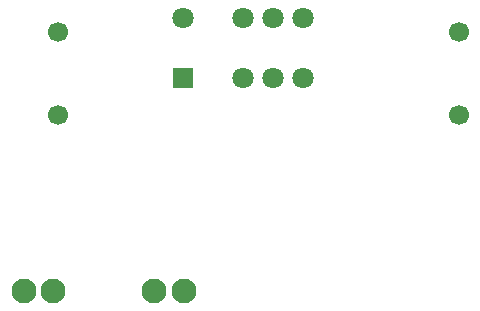
<source format=gbs>
G04 #@! TF.GenerationSoftware,KiCad,Pcbnew,6.0.5-a6ca702e91~116~ubuntu20.04.1*
G04 #@! TF.CreationDate,2022-05-28T13:47:51-04:00*
G04 #@! TF.ProjectId,audiomute,61756469-6f6d-4757-9465-2e6b69636164,rev?*
G04 #@! TF.SameCoordinates,Original*
G04 #@! TF.FileFunction,Soldermask,Bot*
G04 #@! TF.FilePolarity,Negative*
%FSLAX46Y46*%
G04 Gerber Fmt 4.6, Leading zero omitted, Abs format (unit mm)*
G04 Created by KiCad (PCBNEW 6.0.5-a6ca702e91~116~ubuntu20.04.1) date 2022-05-28 13:47:51*
%MOMM*%
%LPD*%
G01*
G04 APERTURE LIST*
%ADD10C,2.100000*%
%ADD11R,1.800000X1.800000*%
%ADD12C,1.800000*%
%ADD13C,1.700000*%
G04 APERTURE END LIST*
D10*
X100941000Y-101219000D03*
X98441000Y-101219000D03*
D11*
X100865000Y-83185000D03*
D12*
X105945000Y-83185000D03*
X108485000Y-83185000D03*
X111025000Y-83185000D03*
X111025000Y-78105000D03*
X108485000Y-78105000D03*
X105945000Y-78105000D03*
X100865000Y-78105000D03*
D13*
X124240000Y-86310000D03*
X124240000Y-79310000D03*
X90297000Y-79308000D03*
X90297000Y-86308000D03*
D10*
X89916000Y-101219000D03*
X87416000Y-101219000D03*
M02*

</source>
